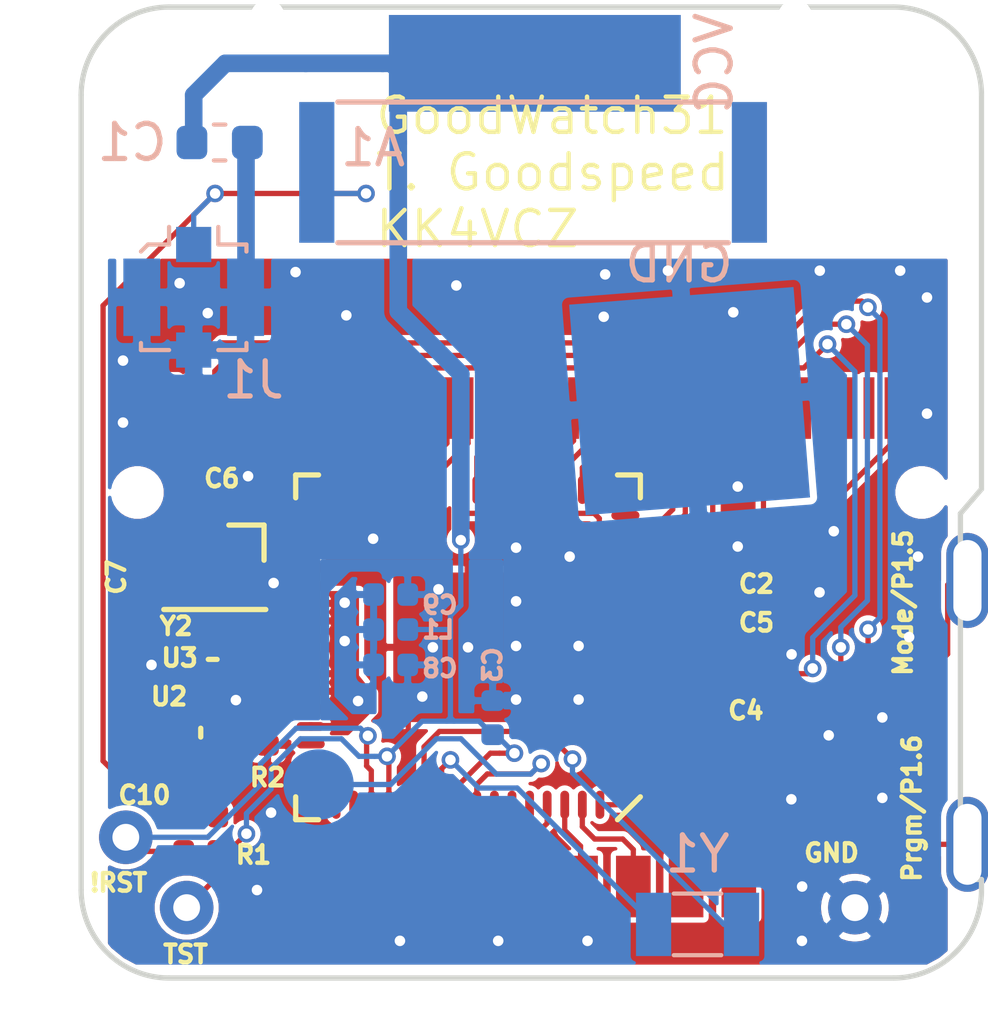
<source format=kicad_pcb>
(kicad_pcb (version 20211014) (generator pcbnew)
  (title_block (title "GoodWatch") (rev "30") (comment 1 "by TravisGoodspeed") (comment 2 "the CC430F6147.  Tuned for either 70cm (<500MHz) or 33cm (<1GHz).") (comment 3 "Replacement PCB for the Casio 3208 watch module (CA53 or CA506) built around"))
  (layers (0 "F.Cu" signal) (31 "B.Cu" signal) (34 "B.Paste" user) (35 "F.Paste" user) (36 "B.SilkS" user "B.Silkscreen") (37 "F.SilkS" user "F.Silkscreen") (38 "B.Mask" user) (39 "F.Mask" user) (44 "Edge.Cuts" user))
  (net 0 "")
  (net 1 "Net-(LCD1-Pad1)")
  (net 2 "Net-(LCD1-Pad5)")
  (net 3 "Net-(LCD1-Pad6)")
  (net 4 "Net-(LCD1-Pad7)")
  (net 5 "Net-(LCD1-Pad8)")
  (net 6 "Net-(LCD1-Pad9)")
  (net 7 "Net-(LCD1-Pad10)")
  (net 8 "Net-(LCD1-Pad11)")
  (net 9 "Net-(LCD1-Pad12)")
  (net 10 "Net-(LCD1-Pad13)")
  (net 11 "Net-(LCD1-Pad14)")
  (net 12 "Net-(LCD1-Pad15)")
  (net 13 "Net-(LCD1-Pad16)")
  (net 14 "Net-(LCD1-Pad17)")
  (net 15 "Net-(LCD1-Pad18)")
  (net 16 "Net-(LCD1-Pad19)")
  (net 17 "Net-(LCD1-Pad20)")
  (net 18 "Net-(LCD1-Pad21)")
  (net 19 "Net-(LCD1-Pad22)")
  (net 20 "Net-(LCD1-Pad23)")
  (net 21 "Net-(LCD1-Pad24)")
  (net 22 "Net-(LCD1-Pad25)")
  (net 23 "Net-(LCD1-Pad26)")
  (net 24 "Net-(LCD1-Pad27)")
  (net 25 "Net-(LCD1-Pad28)")
  (net 26 "Net-(LCD1-Pad29)")
  (net 27 "Net-(LCD1-Pad30)")
  (net 28 "Net-(LCD1-Pad31)")
  (net 29 "Net-(LCD1-Pad32)")
  (net 30 "Net-(LCD1-Pad33)")
  (net 31 "Net-(LCD1-Pad34)")
  (net 32 "Net-(BRD1-Pad4)")
  (net 33 "Net-(BRD1-Pad3)")
  (net 34 "Net-(KPD1-Pad1)")
  (net 35 "Net-(KPD1-Pad2)")
  (net 36 "Net-(KPD1-Pad3)")
  (net 37 "Net-(KPD1-Pad4)")
  (net 38 "Net-(KPD1-Pad5)")
  (net 39 "Net-(KPD1-Pad6)")
  (net 40 "Net-(KPD1-Pad7)")
  (net 41 "Net-(KPD1-Pad8)")
  (net 42 "Net-(KPD1-Pad9)")
  (net 43 "GND")
  (net 44 "VCC")
  (net 45 "Net-(U1-Pad46)")
  (net 46 "Net-(U1-Pad47)")
  (net 47 "Net-(U1-Pad48)")
  (net 48 "Net-(U1-Pad49)")
  (net 49 "Net-(U1-Pad54)")
  (net 50 "Net-(U1-Pad55)")
  (net 51 "/TST")
  (net 52 "/!RST")
  (net 53 "/COM0")
  (net 54 "/COM1")
  (net 55 "/COM2")
  (net 56 "/VCORE")
  (net 57 "Net-(LCD1-Pad35)")
  (net 58 "/LCDCAP")
  (net 59 "/RF_P")
  (net 60 "/RF_N")
  (net 61 "Net-(A1-Pad1)")
  (net 62 "Net-(R2-Pad1)")
  (net 63 "/RF_XIN")
  (net 64 "/RF_XOUT")
  (net 65 "/RFVCC")
  (net 66 "/BUZZ")
  (net 67 "Net-(C10-Pad1)")
  (net 68 "Net-(U2-Pad2)")
  (net 69 "Net-(U2-Pad6)")
  (net 70 "Net-(U2-Pad8)")
  (net 71 "Net-(U3-Pad5)")
  (net 72 "Net-(U3-Pad6)")
  (footprint "goodwatch31:LP15" (layer "F.Cu") (at 100 79.8 90)
    (fp_text reference "U2")
    (fp_text value "0915LP15B02")
  )
  (footprint "goodwatch31:B0310J50100AHF" (layer "F.Cu") (at 100.965 77.343 180)
    (fp_text reference "U3")
    (fp_text value "B0310J50100AHF")
  )
  (footprint "goodwatch31:CC430F613x" (layer "F.Cu") (at 107.6 77 180)
    (fp_text reference "U1" hide)
    (fp_text value "CC430F613x" hide)
  )
  (footprint "Capacitor_SMD:C_0402_1005Metric" (layer "F.Cu") (at 115.523 79.669)
    (fp_text reference "C4")
    (fp_text value "10uF")
  )
  (footprint "goodwatch31:FA128" (layer "F.Cu") (at 100.4 74.725 180)
    (fp_text reference "Y2")
    (fp_text value "FA128 26MHz")
  )
  (footprint "goodwatch31:ca53board" (layer "F.Cu") (at 96.6 86.4)
    (fp_text reference "BRD1" hide)
    (fp_text value "CA53BOARD" hide)
  )
  (footprint "goodwatch31:ca53lcd" (layer "F.Cu") (at 99 70.2)
    (fp_text reference "LCD1" hide)
    (fp_text value "CA53LCD" hide)
  )
  (footprint "goodwatch31:ca53keypad" (layer "F.Cu") (at 102.8 83.8)
    (fp_text reference "KPD1" hide)
    (fp_text value "CA53KEYPAD" hide)
  )
  (footprint "Resistor_SMD:R_0402_1005Metric" (layer "F.Cu") (at 101.9 79.3 -90)
    (fp_text reference "R2")
    (fp_text value "56k")
  )
  (footprint "Resistor_SMD:R_0402_1005Metric" (layer "F.Cu") (at 100 82.8 180)
    (fp_text reference "R1")
    (fp_text value "75k")
  )
  (footprint "Capacitor_SMD:C_0402_1005Metric" (layer "F.Cu") (at 100 81.8 180)
    (fp_text reference "C10")
    (fp_text value "220pF")
  )
  (footprint "Capacitor_SMD:C_0402_1005Metric" (layer "F.Cu") (at 98.4796 75 90)
    (fp_text reference "C7")
    (fp_text value "12pF")
  )
  (footprint "Capacitor_SMD:C_0402_1005Metric" (layer "F.Cu") (at 101 73.0396 180)
    (fp_text reference "C6")
    (fp_text value "12pF")
  )
  (footprint "Capacitor_SMD:C_0402_1005Metric" (layer "F.Cu") (at 114.253 76.24)
    (fp_text reference "C5")
    (fp_text value "0.47uF")
  )
  (footprint "Capacitor_SMD:C_0402_1005Metric" (layer "F.Cu") (at 114.253 75.224)
    (fp_text reference "C2")
    (fp_text value "0.1uF")
  )
  (footprint "Crystal:Crystal_SMD_3215-2Pin_3.2x1.5mm" (layer "B.Cu") (at 114.126 84.876 180)
    (fp_text reference "Y1")
    (fp_text value "32.768kHz")
  )
  (footprint "Inductor_SMD:L_0402_1005Metric" (layer "B.Cu") (at 105.4 76.494)
    (fp_text reference "L1")
    (fp_text value "Ferrite 1k")
  )
  (footprint "Capacitor_SMD:C_0603_1608Metric" (layer "B.Cu") (at 100.537 62.651)
    (fp_text reference "C1")
    (fp_text value "47uF")
  )
  (footprint "Connector_Coaxial:U.FL_Molex_MCRF_73412-0110_Vertical" (layer "B.Cu") (at 99.8 67.05)
    (fp_text reference "J1")
    (fp_text value "ANT_U.FL")
  )
  (footprint "goodwatch31:YageoS432" (layer "B.Cu") (at 109.45 63.5)
    (fp_text reference "A1")
    (fp_text value "YageoS432")
  )
  (footprint "Capacitor_SMD:C_0402_1005Metric" (layer "B.Cu") (at 108.3 79 90)
    (fp_text reference "C3")
    (fp_text value "0.1uF")
  )
  (footprint "Capacitor_SMD:C_0402_1005Metric" (layer "B.Cu") (at 105.4 75.5)
    (fp_text reference "C9")
    (fp_text value "0.1uF")
  )
  (footprint "Capacitor_SMD:C_0402_1005Metric" (layer "B.Cu") (at 105.4 77.5)
    (fp_text reference "C8")
    (fp_text value "0.1uF")
  )
  (gr_line (start 96.6 61.3) (end 96.6 83.9) (layer "Edge.Cuts") (width 0.15))
  (gr_line (start 122.2 83.6) (end 121.6 83.6) (layer "Edge.Cuts") (width 0.15))
  (gr_line (start 122.2 72.5) (end 122.2 61.3) (layer "Edge.Cuts") (width 0.15))
  (gr_arc (start 119.7 58.8) (mid 121.467767 59.532233) (end 122.2 61.3) (layer "Edge.Cuts") (width 0.15))
  (gr_line (start 122.2 83.9) (end 122.2 83.6) (layer "Edge.Cuts") (width 0.15))
  (gr_line (start 121.6 83.6) (end 121.6 73.2) (layer "Edge.Cuts") (width 0.15))
  (gr_line (start 121.6 73.2) (end 122.2 72.5) (layer "Edge.Cuts") (width 0.15))
  (gr_arc (start 96.6 61.3) (mid 97.332233 59.532233) (end 99.1 58.8) (layer "Edge.Cuts") (width 0.15))
  (gr_arc (start 99.1 86.4) (mid 97.332233 85.667767) (end 96.6 83.9) (layer "Edge.Cuts") (width 0.15))
  (gr_arc (start 122.2 83.9) (mid 121.467767 85.667767) (end 119.7 86.4) (layer "Edge.Cuts") (width 0.15))
  (gr_line (start 119.7 58.8) (end 99.1 58.8) (layer "Edge.Cuts") (width 0.15))
  (gr_line (start 99.1 86.4) (end 119.7 86.4) (layer "Edge.Cuts") (width 0.15))
  (gr_text "!RST" (at 97.663 83.693) (layer "F.SilkS") (effects (font (size 0.5 0.5) (thickness 0.125))))
  (gr_text "Mode/P1.5" (at 119.968 75.732 90) (layer "F.SilkS") (effects (font (size 0.5 0.5) (thickness 0.125))))
  (gr_text "GND" (at 117.936 82.844) (layer "F.SilkS") (effects (font (size 0.5 0.5) (thickness 0.125))))
  (gr_text "TST" (at 99.568 85.725) (layer "F.SilkS") (effects (font (size 0.5 0.5) (thickness 0.125))))
  (gr_text "Prgm/P1.6" (at 120.222 81.574 90) (layer "F.SilkS") (effects (font (size 0.5 0.5) (thickness 0.125))))
  (gr_text "GoodWatch31\nT. Goodspeed\nKK4VCZ" (at 104.902 63.5) (layer "F.SilkS") (effects (font (size 1 1) (thickness 0.125)) (justify left)))
  (segment (start 103.125 74.25) (end 103.125 74.169) (width 0.15) (layer "F.Cu") (net 3))
  (segment (start 102.436002 74.14171) (end 102.10268 73.808388) (width 0.15) (layer "F.Cu") (net 3))
  (segment (start 102.10268 73.808388) (end 102.10268 72.908412) (width 0.15) (layer "F.Cu") (net 3))
  (segment (start 103.09771 74.14171) (end 102.436002 74.14171) (width 0.15) (layer "F.Cu") (net 3))
  (segment (start 102.2 72.811092) (end 102.2 70.2) (width 0.15) (layer "F.Cu") (net 3))
  (segment (start 103.125 74.169) (end 103.09771 74.14171) (width 0.15) (layer "F.Cu") (net 3))
  (segment (start 102.10268 72.908412) (end 102.2 72.811092) (width 0.15) (layer "F.Cu") (net 3))
  (segment (start 102.8 72.714) (end 102.8 70.2) (width 0.15) (layer "F.Cu") (net 4))
  (segment (start 102.45829 73.05571) (end 102.8 72.714) (width 0.15) (layer "F.Cu") (net 4))
  (segment (start 103.125 73.75) (end 102.5472 73.75) (width 0.15) (layer "F.Cu") (net 4))
  (segment (start 102.45829 73.66109) (end 102.45829 73.05571) (width 0.15) (layer "F.Cu") (net 4))
  (segment (start 102.5472 73.75) (end 102.45829 73.66109) (width 0.15) (layer "F.Cu") (net 4))
  (segment (start 103.4 72.975) (end 103.125 73.25) (width 0.15) (layer "F.Cu") (net 5))
  (segment (start 103.4 70.2) (end 103.4 72.975) (width 0.15) (layer "F.Cu") (net 5))
  (segment (start 103.85 71.35) (end 103.85 72.525) (width 0.15) (layer "F.Cu") (net 6))
  (segment (start 104 70.2) (end 104 71.2) (width 0.15) (layer "F.Cu") (net 6))
  (segment (start 104 71.2) (end 103.85 71.35) (width 0.15) (layer "F.Cu") (net 6))
  (segment (start 104.6 71.2) (end 104.35 71.45) (width 0.15) (layer "F.Cu") (net 7))
  (segment (start 104.6 70.2) (end 104.6 71.2) (width 0.15) (layer "F.Cu") (net 7))
  (segment (start 104.35 71.45) (end 104.35 72.525) (width 0.15) (layer "F.Cu") (net 7))
  (segment (start 104.85 71.55) (end 104.85 72.525) (width 0.15) (layer "F.Cu") (net 8))
  (segment (start 105.2 71.2) (end 104.85 71.55) (width 0.15) (layer "F.Cu") (net 8))
  (segment (start 105.2 70.2) (end 105.2 71.2) (width 0.15) (layer "F.Cu") (net 8))
  (segment (start 105.8 71.220807) (end 105.35 71.670807) (width 0.15) (layer "F.Cu") (net 9))
  (segment (start 105.35 71.670807) (end 105.35 72.525) (width 0.15) (layer "F.Cu") (net 9))
  (segment (start 105.8 70.2) (end 105.8 71.220807) (width 0.15) (layer "F.Cu") (net 9))
  (segment (start 106.4 70.2) (end 106.4 71.2) (width 0.15) (layer "F.Cu") (net 10))
  (segment (start 105.85 71.75) (end 105.85 72.525) (width 0.15) (layer "F.Cu") (net 10))
  (segment (start 106.4 71.2) (end 105.85 71.75) (width 0.15) (layer "F.Cu") (net 10))
  (segment (start 106.35 71.85) (end 106.35 72.525) (width 0.15) (layer "F.Cu") (net 11))
  (segment (start 107 70.2) (end 107 71.2) (width 0.15) (layer "F.Cu") (net 11))
  (segment (start 107 71.2) (end 106.35 71.85) (width 0.15) (layer "F.Cu") (net 11))
  (segment (start 106.85 71.95) (end 106.85 72.525) (width 0.15) (layer "F.Cu") (net 12))
  (segment (start 107.6 71.2) (end 106.85 71.95) (width 0.15) (layer "F.Cu") (net 12))
  (segment (start 107.6 70.2) (end 107.6 71.2) (width 0.15) (layer "F.Cu") (net 12))
  (segment (start 108.2 71.244) (end 107.85 71.594) (width 0.15) (layer "F.Cu") (net 13))
  (segment (start 107.85 71.594) (end 107.85 72.525) (width 0.15) (layer "F.Cu") (net 13))
  (segment (start 108.2 70.2) (end 108.2 71.244) (width 0.15) (layer "F.Cu") (net 13))
  (segment (start 108.8 71.152) (end 108.35 71.602) (width 0.15) (layer "F.Cu") (net 14))
  (segment (start 108.35 71.602) (end 108.35 72.525) (width 0.15) (layer "F.Cu") (net 14))
  (segment (start 108.8 70.2) (end 108.8 71.152) (width 0.15) (layer "F.Cu") (net 14))
  (segment (start 109.4 71.06) (end 108.85 71.61) (width 0.15) (layer "F.Cu") (net 15))
  (segment (start 108.85 71.61) (end 108.85 72.525) (width 0.15) (layer "F.Cu") (net 15))
  (segment (start 109.4 70.2) (end 109.4 71.06) (width 0.15) (layer "F.Cu") (net 15))
  (segment (start 110 71.095) (end 109.35 71.745) (width 0.15) (layer "F.Cu") (net 16))
  (segment (start 109.35 71.745) (end 109.35 72.525) (width 0.15) (layer "F.Cu") (net 16))
  (segment (start 110 70.2) (end 110 71.095) (width 0.15) (layer "F.Cu") (net 16))
  (segment (start 110.6 71.13) (end 109.808 71.922) (width 0.15) (layer "F.Cu") (net 17))
  (segment (start 109.808 71.922) (end 109.808 72.483) (width 0.15) (layer "F.Cu") (net 17))
  (segment (start 109.808 72.483) (end 109.85 72.525) (width 0.15) (layer "F.Cu") (net 17))
  (segment (start 110.6 70.2) (end 110.6 71.13) (width 0.15) (layer "F.Cu") (net 17))
  (segment (start 111.2 71.032898) (end 110.951 71.281898) (width 0.15) (layer "F.Cu") (net 18))
  (segment (start 110.951 71.281898) (end 110.313449 71.919449) (width 0.15) (layer "F.Cu") (net 18))
  (segment (start 110.313449 71.919449) (end 110.313449 72.488449) (width 0.15) (layer "F.Cu") (net 18))
  (segment (start 110.313449 72.488449) (end 110.35 72.525) (width 0.15) (layer "F.Cu") (net 18))
  (segment (start 111.2 70.2) (end 111.2 71.032898) (width 0.15) (layer "F.Cu") (net 18))
  (segment (start 111.8 71.073) (end 111.400602 71.472398) (width 0.15) (layer "F.Cu") (net 19))
  (segment (start 111.400602 71.472398) (end 111.273602 71.472398) (width 0.15) (layer "F.Cu") (net 19))
  (segment (start 111.273602 71.472398) (end 110.85 71.896) (width 0.15) (layer "F.Cu") (net 19))
  (segment (start 110.85 71.896) (end 110.85 72.525) (width 0.15) (layer "F.Cu") (net 19))
  (segment (start 111.8 70.2) (end 111.8 71.073) (width 0.15) (layer "F.Cu") (net 19))
  (segment (start 112.4 71.108) (end 111.35 72.158) (width 0.15) (layer "F.Cu") (net 20))
  (segment (start 111.35 72.158) (end 111.35 72.525) (width 0.15) (layer "F.Cu") (net 20))
  (segment (start 112.4 70.2) (end 112.4 71.108) (width 0.15) (layer "F.Cu") (net 20))
  (segment (start 113 71.2528) (end 112.075 72.1778) (width 0.15) (layer "F.Cu") (net 21))
  (segment (start 112.075 72.1778) (end 112.075 73.25) (width 0.15) (layer "F.Cu") (net 21))
  (segment (start 113 70.2) (end 113 71.2528) (width 0.15) (layer "F.Cu") (net 21))
  (segment (start 113.6 71.2528) (end 113.421701 71.431099) (width 0.15) (layer "F.Cu") (net 22))
  (segment (start 112.75 73.75) (end 112.075 73.75) (width 0.15) (layer "F.Cu") (net 22))
  (segment (start 113.6 70.2) (end 113.6 71.2528) (width 0.15) (layer "F.Cu") (net 22))
  (segment (start 113.421701 71.431099) (end 113.421701 73.078299) (width 0.15) (layer "F.Cu") (net 22))
  (segment (start 113.6 70.2) (end 113.6 70.67) (width 0.15) (layer "F.Cu") (net 22))
  (segment (start 113.421701 73.078299) (end 112.75 73.75) (width 0.15) (layer "F.Cu") (net 22))
  (segment (start 113.777311 73.222689) (end 112.75 74.25) (width 0.15) (layer "F.Cu") (net 23))
  (segment (start 114.2 71.3) (end 113.777311 71.722689) (width 0.15) (layer "F.Cu") (net 23))
  (segment (start 112.75 74.25) (end 112.075 74.25) (width 0.15) (layer "F.Cu") (net 23))
  (segment (start 114.2 70.2) (end 114.2 71.3) (width 0.15) (layer "F.Cu") (net 23))
  (segment (start 113.777311 71.722689) (end 113.777311 73.222689) (width 0.15) (layer "F.Cu") (net 23))
  (segment (start 114.13292 73.36708) (end 112.75 74.75) (width 0.15) (layer "F.Cu") (net 24))
  (segment (start 114.13292 71.96708) (end 114.13292 73.36708) (width 0.15) (layer "F.Cu") (net 24))
  (segment (start 114.8 70.2) (end 114.8 71.3) (width 0.15) (layer "F.Cu") (net 24))
  (segment (start 112.75 74.75) (end 112.075 74.75) (width 0.15) (layer "F.Cu") (net 24))
  (segment (start 114.8 71.3) (end 114.13292 71.96708) (width 0.15) (layer "F.Cu") (net 24))
  (segment (start 114.558719 72.094081) (end 115.4 71.2528) (width 0.15) (layer "F.Cu") (net 25))
  (segment (start 112.075 75.25) (end 112.75 75.25) (width 0.15) (layer "F.Cu") (net 25))
  (segment (start 114.558719 73.441281) (end 114.558719 72.094081) (width 0.15) (layer "F.Cu") (net 25))
  (segment (start 115.4 71.2528) (end 115.4 70.2) (width 0.15) (layer "F.Cu") (net 25))
  (segment (start 112.75 75.25) (end 114.558719 73.441281) (width 0.15) (layer "F.Cu") (net 25))
  (segment (start 112.075 76.75) (end 112.95 76.75) (width 0.15) (layer "F.Cu") (net 26))
  (segment (start 116 76.4) (end 116 71.2528) (width 0.15) (layer "F.Cu") (net 26))
  (segment (start 116 71.2528) (end 116 70.2) (width 0.15) (layer "F.Cu") (net 26))
  (segment (start 115.5 76.9) (end 116 76.4) (width 0.15) (layer "F.Cu") (net 26))
  (segment (start 113.1 76.9) (end 115.5 76.9) (width 0.15) (layer "F.Cu") (net 26))
  (segment (start 112.95 76.75) (end 113.1 76.9) (width 0.15) (layer "F.Cu") (net 26))
  (segment (start 112.075 80.25) (end 113.597562 80.25) (width 0.15) (layer "F.Cu") (net 32))
  (segment (start 121.8 81.85) (end 121.8 82.6) (width 0.15) (layer "F.Cu") (net 32))
  (segment (start 116.158 82.810438) (end 120.763562 82.810438) (width 0.15) (layer "F.Cu") (net 32))
  (segment (start 120.763562 82.810438) (end 120.974 82.6) (width 0.15) (layer "F.Cu") (net 32))
  (segment (start 113.597562 80.25) (end 116.158 82.810438) (width 0.15) (layer "F.Cu") (net 32))
  (segment (start 120.974 82.6) (end 121.8 82.6) (width 0.15) (layer "F.Cu") (net 32))
  (segment (start 120.6 77.8278) (end 121.238 77.1898) (width 0.15) (layer "F.Cu") (net 33))
  (segment (start 121.676 75.224) (end 121.8 75.1) (width 0.15) (layer "F.Cu") (net 33))
  (segment (start 113.60047 79.75) (end 116.305298 82.454828) (width 0.15) (layer "F.Cu") (net 33))
  (segment (start 116.305298 82.454828) (end 119.945172 82.454828) (width 0.15) (layer "F.Cu") (net 33))
  (segment (start 120.6 81.8) (end 120.6 77.8278) (width 0.15) (layer "F.Cu") (net 33))
  (segment (start 112.075 79.75) (end 113.60047 79.75) (width 0.15) (layer "F.Cu") (net 33))
  (segment (start 119.945172 82.454828) (end 120.6 81.8) (width 0.15) (layer "F.Cu") (net 33))
  (segment (start 121.238 75.224) (end 121.676 75.224) (width 0.15) (layer "F.Cu") (net 33))
  (segment (start 121.238 77.1898) (end 121.238 75.224) (width 0.15) (layer "F.Cu") (net 33))
  (segment (start 107.943933 82.302689) (end 108.35 81.896622) (width 0.15) (layer "F.Cu") (net 35))
  (segment (start 105.559201 82.658299) (end 106.556293 82.658299) (width 0.15) (layer "F.Cu") (net 35))
  (segment (start 104.8 83.4175) (end 105.559201 82.658299) (width 0.15) (layer "F.Cu") (net 35))
  (segment (start 106.556293 82.658299) (end 106.911903 82.302689) (width 0.15) (layer "F.Cu") (net 35))
  (segment (start 104.8 83.8) (end 104.8 83.4175) (width 0.15) (layer "F.Cu") (net 35))
  (segment (start 108.35 81.475) (end 108.35 81.803961) (width 0.15) (layer "F.Cu") (net 35))
  (segment (start 108.35 81.896622) (end 108.35 81.475) (width 0.15) (layer "F.Cu") (net 35))
  (segment (start 104.8 84.1825) (end 104.8 83.8) (width 0.15) (layer "F.Cu") (net 35))
  (segment (start 106.911903 82.302689) (end 107.943933 82.302689) (width 0.15) (layer "F.Cu") (net 35))
  (segment (start 106.3 83.4175) (end 107.059201 82.658299) (width 0.15) (layer "F.Cu") (net 36))
  (segment (start 108.141701 82.658299) (end 108.85 81.95) (width 0.15) (layer "F.Cu") (net 36))
  (segment (start 106.3 83.8) (end 106.3 83.4175) (width 0.15) (layer "F.Cu") (net 36))
  (segment (start 108.85 81.95) (end 108.85 81.475) (width 0.15) (layer "F.Cu") (net 36))
  (segment (start 107.059201 82.658299) (end 108.141701 82.658299) (width 0.15) (layer "F.Cu") (net 36))
  (segment (start 107.8 83.8) (end 108.240799 83.8) (width 0.15) (layer "F.Cu") (net 37))
  (segment (start 108.540799 83.5) (end 108.540799 82.805611) (width 0.15) (layer "F.Cu") (net 37))
  (segment (start 109.35 81.99641) (end 109.35 81.475) (width 0.15) (layer "F.Cu") (net 37))
  (segment (start 108.240799 83.8) (end 108.540799 83.5) (width 0.15) (layer "F.Cu") (net 37))
  (segment (start 108.540799 82.805611) (end 109.35 81.99641) (width 0.15) (layer "F.Cu") (net 37))
  (segment (start 109.35 83.75) (end 109.3 83.8) (width 0.15) (layer "F.Cu") (net 38))
  (segment (start 109.85 81.475) (end 109.85 82) (width 0.15) (layer "F.Cu") (net 38))
  (segment (start 109.3 83.8) (end 109.3 83.098) (width 0.15) (layer "F.Cu") (net 38))
  (segment (start 109.35 82.5) (end 109.35 83.75) (width 0.15) (layer "F.Cu") (net 38))
  (segment (start 109.85 82) (end 109.35 82.5) (width 0.15) (layer "F.Cu") (net 38))
  (segment (start 110.8 82.65) (end 110.35 82.2) (width 0.15) (layer "F.Cu") (net 39))
  (segment (start 110.35 82.2) (end 110.35 81.475) (width 0.15) (layer "F.Cu") (net 39))
  (segment (start 110.8 83.8) (end 110.8 82.65) (width 0.15) (layer "F.Cu") (net 39))
  (segment (start 112.3 82.75) (end 112.3 83.8) (width 0.15) (layer "F.Cu") (net 40))
  (segment (start 110.85 81.475) (end 110.85 82.1) (width 0.15) (layer "F.Cu") (net 40))
  (segment (start 110.85 82.1) (end 111.2 82.45) (width 0.15) (layer "F.Cu") (net 40))
  (segment (start 111.2 82.45) (end 112 82.45) (width 0.15) (layer "F.Cu") (net 40))
  (segment (start 112 82.45) (end 112.3 82.75) (width 0.15) (layer "F.Cu") (net 40))
  (segment (start 112.63 81.475) (end 113.8 82.645) (width 0.15) (layer "F.Cu") (net 41))
  (segment (start 113.8 82.645) (end 113.8 83.8) (width 0.15) (layer "F.Cu") (net 41))
  (segment (start 111.35 81.475) (end 112.63 81.475) (width 0.15) (layer "F.Cu") (net 41))
  (segment (start 113.429 80.75) (end 115.3 82.621) (width 0.15) (layer "F.Cu") (net 42))
  (segment (start 115.3 82.621) (end 115.3 83.8) (width 0.15) (layer "F.Cu") (net 42))
  (segment (start 112.075 80.75) (end 113.429 80.75) (width 0.15) (layer "F.Cu") (net 42))
  (segment (start 105.85 81.475) (end 105.9 81.425) (width 0.15) (layer "F.Cu") (net 43))
  (segment (start 105.85 82.05) (end 105.6 82.3) (width 0.15) (layer "F.Cu") (net 43))
  (segment (start 105.6 82.3) (end 105.1 82.3) (width 0.15) (layer "F.Cu") (net 43))
  (segment (start 101.0704 75.3072) (end 101.93737 75.3072) (width 0.15) (layer "F.Cu") (net 43))
  (segment (start 107.638 76.962) (end 107.6 77) (width 0.15) (layer "F.Cu") (net 43))
  (segment (start 119.34 81.32) (end 119.38 81.28) (width 0.15) (layer "F.Cu") (net 43))
  (segment (start 108.966 76.962) (end 107.638 76.962) (width 0.15) (layer "F.Cu") (net 43))
  (segment (start 101.259 72.049) (end 101.346 72.136) (width 0.15) (layer "F.Cu") (net 43))
  (segment (start 105.9 81.425) (end 105.9 78.7) (width 0.15) (layer "F.Cu") (net 43))
  (segment (start 99.31 74.515) (end 99.675 74.15) (width 0.15) (layer "F.Cu") (net 43))
  (segment (start 101.93737 75.3072) (end 102.072285 75.172285) (width 0.15) (layer "F.Cu") (net 43))
  (segment (start 105.9 78.7) (end 107.6 77) (width 0.15) (layer "F.Cu") (net 43))
  (segment (start 98.4796 74.515) (end 99.31 74.515) (width 0.15) (layer "F.Cu") (net 43))
  (segment (start 105.85 81.475) (end 105.85 82.05) (width 0.15) (layer "F.Cu") (net 43))
  (via (at 99.4 66.65) (size 0.5) (drill 0.3) (layers "F.Cu" "B.Cu") (net 43))
  (via (at 102.696 66.334) (size 0.5) (drill 0.3) (layers "F.Cu" "B.Cu") (net 43))
  (via (at 107.268 66.715) (size 0.5) (drill 0.3) (layers "F.Cu" "B.Cu") (net 43))
  (via (at 116.793 81.32) (size 0.5) (drill 0.3) (layers "F.Cu" "B.Cu") (net 43))
  (via (at 108.966 78.486) (size 0.5) (drill 0.3) (layers "F.Cu" "B.Cu") (net 43))
  (via (at 108.966 76.962) (size 0.5) (drill 0.3) (layers "F.Cu" "B.Cu") (net 43))
  (via (at 108.966 75.692) (size 0.5) (drill 0.3) (layers "F.Cu" "B.Cu") (net 43))
  (via (at 98.6 77.5) (size 0.5) (drill 0.3) (layers "F.Cu" "B.Cu") (net 43))
  (via (at 101.6 83.9) (size 0.5) (drill 0.3) (layers "F.Cu" "B.Cu") (net 43))
  (via (at 102 81.7) (size 0.5) (drill 0.3) (layers "F.Cu" "B.Cu") (net 43))
  (via (at 111.5 66.4) (size 0.5) (drill 0.3) (layers "F.Cu" "B.Cu") (net 43))
  (via (at 106.3 78.4) (size 0.5) (drill 0.3) (layers "F.Cu" "B.Cu") (net 43))
  (via (at 101 78.5) (size 0.5) (drill 0.3) (layers "F.Cu" "B.Cu") (net 43))
  (via (at 115.269 74.1352) (size 0.5) (drill 0.3) (layers "F.Cu" "B.Cu") (net 43))
  (via (at 97.79 68.85) (size 0.5) (drill 0.3) (layers "F.Cu" "B.Cu") (net 43))
  (via (at 118 73.7) (size 0.5) (drill 0.3) (layers "F.Cu" "B.Cu") (net 43))
  (via (at 104.14 67.564) (size 0.5) (drill 0.3) (layers "F.Cu" "B.Cu") (net 43))
  (via (at 100.2 67.5) (size 0.5) (drill 0.3) (layers "F.Cu" "B.Cu") (net 43))
  (via (at 117.1 83.8) (size 0.5) (drill 0.3) (layers "F.Cu" "B.Cu") (net 43))
  (via (at 108.458 85.344) (size 0.5) (drill 0.3) (layers "F.Cu" "B.Cu") (net 43))
  (via (at 108.966 74.168) (size 0.5) (drill 0.3) (layers "F.Cu" "B.Cu") (net 43))
  (via (at 110.744 76.962) (size 0.5) (drill 0.3) (layers "F.Cu" "B.Cu") (net 43))
  (via (at 97.79 70.612) (size 0.5) (drill 0.3) (layers "F.Cu" "B.Cu") (net 43))
  (via (at 119.888 66.294) (size 0.5) (drill 0.3) (layers "F.Cu" "B.Cu") (net 43))
  (via (at 117.595 75.438) (size 0.5) (drill 0.3) (layers "F.Cu" "B.Cu") (net 43))
  (via (at 115.142 67.477) (size 0.5) (drill 0.3) (layers "F.Cu" "B.Cu") (net 43))
  (via (at 106.6 77) (size 0.5) (drill 0.3) (layers "F.Cu" "B.Cu") (net 43))
  (via (at 116.8 77.2) (size 0.5) (drill 0.3) (layers "F.Cu" "B.Cu") (net 43))
  (via (at 110.744 78.486) (size 0.5) (drill 0.3) (layers "F.Cu" "B.Cu") (net 43))
  (via (at 113.284 66.294) (size 0.5) (drill 0.3) (layers "F.Cu" "B.Cu") (net 43))
  (via (at 105.664 85.344) (size 0.5) (drill 0.3) (layers "F.Cu" "B.Cu") (net 43))
  (via (at 111.459 67.604) (size 0.5) (drill 0.3) (layers "F.Cu" "B.Cu") (net 43))
  (via (at 119.38 81.28) (size 0.5) (drill 0.3) (layers "F.Cu" "B.Cu") (net 43))
  (via (at 117.602 66.294) (size 0.5) (drill 0.3) (layers "F.Cu" "B.Cu") (net 43))
  (via (at 115.269 72.43) (size 0.5) (drill 0.3) (layers "F.Cu" "B.Cu") (net 43))
  (via (at 120.65 70.358) (size 0.5) (drill 0.3) (layers "F.Cu" "B.Cu") (net 43))
  (via (at 102.072285 75.172285) (size 0.5) (drill 0.3) (layers "F.Cu" "B.Cu") (net 43))
  (via (at 120.65 67.056) (size 0.5) (drill 0.3) (layers "F.Cu" "B.Cu") (net 43))
  (via (at 106.76 75.351) (size 0.5) (drill 0.3) (layers "F.Cu" "B.Cu") (net 43))
  (via (at 120.142 76.708) (size 0.5) (drill 0.3) (layers "F.Cu" "B.Cu") (net 43))
  (via (at 101.346 72.136) (size 0.5) (drill 0.3) (layers "F.Cu" "B.Cu") (net 43))
  (via (at 104.902 73.914) (size 0.5) (drill 0.3) (layers "F.Cu" "B.Cu") (net 43))
  (via (at 107.6 77) (size 0.5) (drill 0.3) (layers "F.Cu" "B.Cu") (net 43))
  (via (at 120.396 74.422) (size 0.5) (drill 0.3) (layers "F.Cu" "B.Cu") (net 43))
  (via (at 119.38 78.994) (size 0.5) (drill 0.3) (layers "F.Cu" "B.Cu") (net 43))
  (via (at 110.49 74.422) (size 0.5) (drill 0.3) (layers "F.Cu" "B.Cu") (net 43))
  (via (at 117.856 79.502) (size 0.5) (drill 0.3) (layers "F.Cu" "B.Cu") (net 43))
  (via (at 117.094 85.344) (size 0.5) (drill 0.3) (layers "F.Cu" "B.Cu") (net 43))
  (via (at 110.998 85.344) (size 0.5) (drill 0.3) (layers "F.Cu" "B.Cu") (net 43))
  (segment (start 101.287 67.505) (end 101.346 67.564) (width 0.15) (layer "B.Cu") (net 43))
  (segment (start 107.649 77.049) (end 107.6 77) (width 0.15) (layer "B.Cu") (net 43))
  (segment (start 110.706 77) (end 110.744 76.962) (width 0.15) (layer "B.Cu") (net 43))
  (segment (start 101.287 62.651) (end 101.287 67.505) (width 0.5) (layer "B.Cu") (net 43))
  (segment (start 107.35829 73.19171) (end 107.35 73.2) (width 0.15) (layer "F.Cu") (net 44))
  (segment (start 112.075 75.75) (end 111.4972 75.75) (width 0.15) (layer "F.Cu") (net 44))
  (segment (start 111.332 73.335961) (end 111.187749 73.19171) (width 0.15) (layer "F.Cu") (net 44))
  (segment (start 107.35 73.1028) (end 107.35 72.525) (width 0.15) (layer "F.Cu") (net 44))
  (segment (start 111.4972 75.75) (end 111.332 75.5848) (width 0.15) (layer "F.Cu") (net 44))
  (segment (start 107.35 81.475) (end 107.35 80.894292) (width 0.15) (layer "F.Cu") (net 44))
  (segment (start 107.35 73.909) (end 107.395 73.954) (width 0.15) (layer "F.Cu") (net 44))
  (segment (start 100.485 82.8) (end 100.8 82.8) (width 0.15) (layer "F.Cu") (net 44))
  (segment (start 107.35 73.1028) (end 107.35 73.2) (width 0.15) (layer "F.Cu") (net 44))
  (segment (start 113.15 75.75) (end 113.676 75.224) (width 0.15) (layer "F.Cu") (net 44))
  (segment (start 108.494736 80.01) (end 108.919 80.01) (width 0.15) (layer "F.Cu") (net 44))
  (segment (start 107.35 73.2) (end 107.35 73.909) (width 0.15) (layer "F.Cu") (net 44))
  (segment (start 105.35 81.475) (end 105.35 80.152815) (width 0.15) (layer "F.Cu") (net 44))
  (segment (start 113.676 75.224) (end 113.933 75.224) (width 0.15) (layer "F.Cu") (net 44))
  (segment (start 105.35 80.152815) (end 105.296397 80.099212) (width 0.15) (layer "F.Cu") (net 44))
  (segment (start 100.8 82.8) (end 101.3 82.3) (width 0.15) (layer "F.Cu") (net 44))
  (segment (start 111.187749 73.19171) (end 107.35829 73.19171) (width 0.15) (layer "F.Cu") (net 44))
  (segment (start 111.332 75.5848) (end 111.332 73.335961) (width 0.15) (layer "F.Cu") (net 44))
  (segment (start 112.075 75.75) (end 113.15 75.75) (width 0.15) (layer "F.Cu") (net 44))
  (segment (start 107.35 80.894292) (end 108.234292 80.01) (width 0.15) (layer "F.Cu") (net 44))
  (segment (start 108.234292 80.01) (end 108.494736 80.01) (width 0.15) (layer "F.Cu") (net 44))
  (segment (start 112.093 75.732) (end 112.075 75.75) (width 0.15) (layer "F.Cu") (net 44))
  (via (at 105.296397 80.099212) (size 0.5) (drill 0.3) (layers "F.Cu" "B.Cu") (net 44))
  (via (at 108.919 80.01) (size 0.5) (drill 0.3) (layers "F.Cu" "B.Cu") (net 44))
  (via (at 101.3 82.3) (size 0.5) (drill 0.3) (layers "F.Cu" "B.Cu") (net 44))
  (via (at 107.395 73.954) (size 0.5) (drill 0.3) (layers "F.Cu" "B.Cu") (net 44))
  (segment (start 106.295609 79.1) (end 107 79.1) (width 0.15) (layer "B.Cu") (net 44))
  (segment (start 108.919 79.9172) (end 108.919 79.958401) (width 0.15) (layer "B.Cu") (net 44))
  (segment (start 108.919 80.01) (end 108.919 79.919) (width 0.15) (layer "B.Cu") (net 44))
  (segment (start 102.9852 60.4) (end 105.1722 60.4) (width 0.5) (layer "B.Cu") (net 44))
  (segment (start 102.9852 60.4) (end 100.7 60.4) (width 0.5) (layer "B.Cu") (net 44))
  (segment (start 107.395 73.954) (end 107.395 69.22961) (width 0.5) (layer "B.Cu") (net 44))
  (segment (start 105.617 67.45161) (end 105.617 62.651) (width 0.5) (layer "B.Cu") (net 44))
  (segment (start 99.8 61.3) (end 99.8 62.7) (width 0.5) (layer "B.Cu") (net 44))
  (segment (start 107.915 79.1) (end 108.3 79.485) (width 0.15) (layer "B.Cu") (net 44))
  (segment (start 108.394 79.485) (end 108.919 80.01) (width 0.15) (layer "B.Cu") (net 44))
  (segment (start 109.414 61.254) (end 109.42 61.26) (width 0.15) (layer "B.Cu") (net 44))
  (segment (start 102.836998 79.6) (end 104 79.6) (width 0.15) (layer "B.Cu") (net 44))
  (segment (start 102 81.024279) (end 102 80.436998) (width 0.15) (layer "B.Cu") (net 44))
  (segment (start 99.812 62.651) (end 99.787 62.651) (width 0.15) (layer "B.Cu") (net 44))
  (segment (start 107.1 76.566701) (end 107.1 79) (width 0.15) (layer "B.Cu") (net 44))
  (segment (start 100.7 60.4) (end 99.8 61.3) (width 0.5) (layer "B.Cu") (net 44))
  (segment (start 107.033299 76.5) (end 107.1 76.566701) (width 0.15) (layer "B.Cu") (net 44))
  (segment (start 107.1 76.1) (end 107.1 76.6) (width 0.15) (layer "B.Cu") (net 44))
  (segment (start 105.617 60.8448) (end 105.1722 60.4) (width 0.15) (layer "B.Cu") (net 44))
  (segment (start 101.3 82.3) (end 101.3 81.724279) (width 0.15) (layer "B.Cu") (net 44))
  (segment (start 104 79.6) (end 104.499212 80.099212) (width 0.15) (layer "B.Cu") (net 44))
  (segment (start 107.395 73.954) (end 107.395 75.805) (width 0.15) (layer "B.Cu") (net 44))
  (segment (start 99.762 62.651) (end 99.787 62.651) (width 0.15) (layer "B.Cu") (net 44))
  (segment (start 102 80.436998) (end 102.836998 79.6) (width 0.15) (layer "B.Cu") (net 44))
  (segment (start 105.1722 60.4) (end 109.5 60.4) (width 0.5) (layer "B.Cu") (net 44))
  (segment (start 104.942844 80.099212) (end 105.296397 80.099212) (width 0.15) (layer "B.Cu") (net 44))
  (segment (start 107.395 75.805) (end 107.1 76.1) (width 0.15) (layer "B.Cu") (net 44))
  (segment (start 105.933 76.494) (end 107.027299 76.494) (width 0.15) (layer "B.Cu") (net 44))
  (segment (start 107.395 69.22961) (end 105.617 67.45161) (width 0.5) (layer "B.Cu") (net 44))
  (segment (start 107.2 79.1) (end 107.915 79.1) (width 0.15) (layer "B.Cu") (net 44))
  (segment (start 107.027299 76.494) (end 107.033299 76.5) (width 0.15) (layer "B.Cu") (net 44))
  (segment (start 105.617 62.651) (end 105.617 60.8448) (width 0.5) (layer "B.Cu") (net 44))
  (segment (start 105.296397 80.099212) (end 106.295609 79.1) (width 0.15) (layer "B.Cu") (net 44))
  (segment (start 107.1 79) (end 107 79.1) (width 0.15) (layer "B.Cu") (net 44))
  (segment (start 108.3 79.485) (end 108.394 79.485) (width 0.15) (layer "B.Cu") (net 44))
  (segment (start 107.1 79) (end 107.2 79.1) (width 0.15) (layer "B.Cu") (net 44))
  (segment (start 107 79.1) (end 107.2 79.1) (width 0.15) (layer "B.Cu") (net 44))
  (segment (start 101.3 81.724279) (end 102 81.024279) (width 0.15) (layer "B.Cu") (net 44))
  (segment (start 104.499212 80.099212) (end 104.942844 80.099212) (width 0.15) (layer "B.Cu") (net 44))
  (segment (start 106.35 79.826908) (end 106.785207 79.391701) (width 0.15) (layer "F.Cu") (net 49))
  (segment (start 106.35 81.475) (end 106.35 79.826908) (width 0.15) (layer "F.Cu") (net 49))
  (segment (start 109.791701 79.391701) (end 110.57 80.17) (width 0.15) (layer "F.Cu") (net 49))
  (segment (start 110.57 80.17) (end 110.57 80.177) (width 0.15) (layer "F.Cu") (net 49))
  (segment (start 106.785207 79.391701) (end 109.791701 79.391701) (width 0.15) (layer "F.Cu") (net 49))
  (via (at 110.57 80.177) (size 0.5) (drill 0.3) (layers "F.Cu" "B.Cu") (net 49))
  (segment (start 114.876 84.876) (end 115.376 84.876) (width 0.15) (layer "B.Cu") (net 49))
  (segment (start 110.57 80.177) (end 110.57 80.57) (width 0.15) (layer "B.Cu") (net 49))
  (segment (start 110.57 80.57) (end 114.876 84.876) (width 0.15) (layer "B.Cu") (net 49))
  (segment (start 106.85 80.45) (end 107.1 80.2) (width 0.15) (layer "F.Cu") (net 50))
  (segment (start 106.85 81.475) (end 106.85 80.45) (width 0.15) (layer "F.Cu") (net 50))
  (via (at 107.1 80.2) (size 0.5) (drill 0.3) (layers "F.Cu" "B.Cu") (net 50))
  (segment (start 109 81) (end 107.9 81) (width 0.15) (layer "B.Cu") (net 50))
  (segment (start 107.9 81) (end 107.1 80.2) (width 0.15) (layer "B.Cu") (net 50))
  (segment (start 112.876 84.876) (end 109 81) (width 0.15) (layer "B.Cu") (net 50))
  (segment (start 101.061999 83.638001) (end 100.361999 83.638001) (width 0.15) (layer "F.Cu") (net 51))
  (segment (start 104.100111 82.302689) (end 102.397311 82.302689) (width 0.15) (layer "F.Cu") (net 51))
  (segment (start 100.361999 83.638001) (end 99.6 84.4) (width 0.15) (layer "F.Cu") (net 51))
  (segment (start 102.397311 82.302689) (end 101.061999 83.638001) (width 0.15) (layer "F.Cu") (net 51))
  (segment (start 104.35 82.0528) (end 104.100111 82.302689) (width 0.15) (layer "F.Cu") (net 51))
  (segment (start 104.35 81.475) (end 104.35 82.0528) (width 0.15) (layer "F.Cu") (net 51))
  (segment (start 104.85 81.475) (end 104.85 80.506218) (width 0.15) (layer "F.Cu") (net 52))
  (segment (start 98.27 82.8) (end 97.87 82.4) (width 0.15) (layer "F.Cu") (net 52))
  (segment (start 104.716599 79.553401) (end 104.7534 79.5166) (width 0.15) (layer "F.Cu") (net 52))
  (segment (start 99.515 82.8) (end 98.27 82.8) (width 0.15) (layer "F.Cu") (net 52))
  (segment (start 104.85 80.506218) (end 104.716599 80.372817) (width 0.15) (layer "F.Cu") (net 52))
  (segment (start 104.716599 80.372817) (end 104.716599 79.553401) (width 0.15) (layer "F.Cu") (net 52))
  (via (at 104.7534 79.5166) (size 0.5) (drill 0.3) (layers "F.Cu" "B.Cu") (net 52))
  (segment (start 101.7 80.312719) (end 101.7 80.9) (width 0.15) (layer "B.Cu") (net 52))
  (segment (start 100.2 82.4) (end 97.85 82.4) (width 0.15) (layer "B.Cu") (net 52))
  (segment (start 101.7 80.9) (end 100.2 82.4) (width 0.15) (layer "B.Cu") (net 52))
  (segment (start 104.7534 79.5166) (end 104.5368 79.3) (width 0.15) (layer "B.Cu") (net 52))
  (segment (start 104.5368 79.3) (end 102.712719 79.3) (width 0.15) (layer "B.Cu") (net 52))
  (segment (start 102.712719 79.3) (end 101.7 80.312719) (width 0.15) (layer "B.Cu") (net 52))
  (segment (start 118.970552 67.335422) (end 118.795532 67.160402) (width 0.15) (layer "F.Cu") (net 53))
  (segment (start 117.691629 78.75) (end 118.974981 77.466648) (width 0.15) (layer "F.Cu") (net 53))
  (segment (start 99.775 70.225) (end 99.8 70.2) (width 0.15) (layer "F.Cu") (net 53))
  (segment (start 118.795532 67.160402) (end 117.636689 67.160402) (width 0.15) (layer "F.Cu") (net 53))
  (segment (start 100.60012 68.34708) (end 99.8 69.1472) (width 0.15) (layer "F.Cu") (net 53))
  (segment (start 99.8 69.1472) (end 99.8 70.2) (width 0.15) (layer "F.Cu") (net 53))
  (segment (start 116.450012 68.347079) (end 100.60012 68.34708) (width 0.15) (layer "F.Cu") (net 53))
  (segment (start 117.636689 67.160402) (end 116.450012 68.347079) (width 0.15) (layer "F.Cu") (net 53))
  (segment (start 112.075 78.75) (end 117.691629 78.75) (width 0.15) (layer "F.Cu") (net 53))
  (segment (start 118.974981 77.466648) (end 118.974981 76.489728) (width 0.15) (layer "F.Cu") (net 53))
  (via (at 118.974981 76.489728) (size 0.5) (drill 0.3) (layers "F.Cu" "B.Cu") (net 53))
  (via (at 118.970552 67.335422) (size 0.5) (drill 0.3) (layers "F.Cu" "B.Cu") (net 53))
  (segment (start 119.311222 76.153487) (end 119.311222 67.676092) (width 0.15) (layer "B.Cu") (net 53))
  (segment (start 118.974981 76.489728) (end 119.311222 76.153487) (width 0.15) (layer "B.Cu") (net 53))
  (segment (start 119.311222 67.676092) (end 118.970552 67.335422) (width 0.15) (layer "B.Cu") (net 53))
  (segment (start 118.974981 67.339851) (end 118.970552 67.335422) (width 0.15) (layer "B.Cu") (net 53))
  (segment (start 118.358989 67.816011) (end 117.583989 67.816011) (width 0.15) (layer "F.Cu") (net 54))
  (segment (start 117.68872 78.25) (end 118.2 77.73872) (width 0.15) (layer "F.Cu") (net 54))
  (segment (start 118.2 77.73872) (end 118.2 77) (width 0.15) (layer "F.Cu") (net 54))
  (segment (start 117.583989 67.816011) (end 116.69731 68.70269) (width 0.15) (layer "F.Cu") (net 54))
  (segment (start 100.84451 68.70269) (end 100.4 69.1472) (width 0.15) (layer "F.Cu") (net 54))
  (segment (start 112.075 78.25) (end 117.68872 78.25) (width 0.15) (layer "F.Cu") (net 54))
  (segment (start 116.69731 68.70269) (end 100.84451 68.70269) (width 0.15) (layer "F.Cu") (net 54))
  (segment (start 100.41 70.21) (end 100.4 70.2) (width 0.15) (layer "F.Cu") (net 54))
  (segment (start 100.4 69.1472) (end 100.4 70.2) (width 0.15) (layer "F.Cu") (net 54))
  (via (at 118.358989 67.816011) (size 0.5) (drill 0.3) (layers "F.Cu" "B.Cu") (net 54))
  (via (at 118.2 77) (size 0.5) (drill 0.3) (layers "F.Cu" "B.Cu") (net 54))
  (segment (start 118.955611 75.670381) (end 118.2 76.425992) (width 0.15) (layer "B.Cu") (net 54))
  (segment (start 118.2 76.425992) (end 118.2 77) (width 0.15) (layer "B.Cu") (net 54))
  (segment (start 118.955611 68.412633) (end 118.955611 75.670381) (width 0.15) (layer "B.Cu") (net 54))
  (segment (start 118.358989 67.816011) (end 118.955611 68.412633) (width 0.15) (layer "B.Cu") (net 54))
  (segment (start 118.375701 67.832723) (end 118.358989 67.816011) (width 0.15) (layer "B.Cu") (net 54))
  (segment (start 101.088901 69.058299) (end 117.146292 69.058299) (width 0.15) (layer "F.Cu") (net 55))
  (segment (start 112.075 77.75) (end 117.25 77.75) (width 0.15) (layer "F.Cu") (net 55))
  (segment (start 117.146292 69.058299) (end 117.82187 68.382721) (width 0.15) (layer "F.Cu") (net 55))
  (segment (start 101 70.2) (end 101 69.1472) (width 0.15) (layer "F.Cu") (net 55))
  (segment (start 101 69.1472) (end 101.088901 69.058299) (width 0.15) (layer "F.Cu") (net 55))
  (segment (start 117.25 77.75) (end 117.4 77.6) (width 0.15) (layer "F.Cu") (net 55))
  (segment (start 101.045 70.245) (end 101 70.2) (width 0.15) (layer "F.Cu") (net 55))
  (via (at 117.4 77.6) (size 0.5) (drill 0.3) (layers "F.Cu" "B.Cu") (net 55))
  (via (at 117.82187 68.382721) (size 0.5) (drill 0.3) (layers "F.Cu" "B.Cu") (net 55))
  (segment (start 118.6 69.160851) (end 117.82187 68.382721) (width 0.15) (layer "B.Cu") (net 55))
  (segment (start 117.823 68.381591) (end 117.82187 68.382721) (width 0.15) (layer "B.Cu") (net 55))
  (segment (start 117.4 77.6) (end 117.4 76.723083) (width 0.15) (layer "B.Cu") (net 55))
  (segment (start 117.4 76.723083) (end 118.6 75.523083) (width 0.15) (layer "B.Cu") (net 55))
  (segment (start 117.823 68.38) (end 117.823 68.381591) (width 0.15) (layer "B.Cu") (net 55))
  (segment (start 118.6 75.523083) (end 118.6 69.160851) (width 0.15) (layer "B.Cu") (net 55))
  (segment (start 112.075 76.25) (end 113.923 76.25) (width 0.15) (layer "F.Cu") (net 56))
  (segment (start 113.963 76.25) (end 113.973 76.24) (width 0.15) (layer "F.Cu") (net 56))
  (segment (start 113.923 76.25) (end 113.933 76.24) (width 0.15) (layer "F.Cu") (net 56))
  (segment (start 112.075 77.25) (end 115.65 77.25) (width 0.15) (layer "F.Cu") (net 57))
  (segment (start 116.35561 74.49719) (end 119.6 71.2528) (width 0.15) (layer "F.Cu") (net 57))
  (segment (start 116.35561 76.54439) (end 116.35561 74.49719) (width 0.15) (layer "F.Cu") (net 57))
  (segment (start 115.65 77.25) (end 116.35561 76.54439) (width 0.15) (layer "F.Cu") (net 57))
  (segment (start 119.6 71.2528) (end 119.6 70.2) (width 0.15) (layer "F.Cu") (net 57))
  (segment (start 114.619 79.25) (end 115.038 79.669) (width 0.15) (layer "F.Cu") (net 58))
  (segment (start 112.075 79.25) (end 114.619 79.25) (width 0.15) (layer "F.Cu") (net 58))
  (segment (start 103.125 76.75) (end 101.75 76.75) (width 0.15) (layer "F.Cu") (net 59))
  (segment (start 101.75 76.75) (end 101.65 76.85) (width 0.15) (layer "F.Cu") (net 59))
  (segment (start 101.9472 77.85) (end 101.6 77.85) (width 0.15) (layer "F.Cu") (net 60))
  (segment (start 102.5472 77.25) (end 101.9472 77.85) (width 0.15) (layer "F.Cu") (net 60))
  (segment (start 103.125 77.25) (end 102.5472 77.25) (width 0.15) (layer "F.Cu") (net 60))
  (segment (start 100.408282 64.1) (end 104.7 64.1) (width 0.15) (layer "F.Cu") (net 61))
  (segment (start 98.792478 81.8) (end 99.515 81.8) (width 0.15) (layer "F.Cu") (net 61))
  (segment (start 97.223299 80.230821) (end 98.792478 81.8) (width 0.15) (layer "F.Cu") (net 61))
  (segment (start 97.223299 67.284983) (end 100.408282 64.1) (width 0.15) (layer "F.Cu") (net 61))
  (segment (start 97.223299 80.230821) (end 97.223299 67.284983) (width 0.15) (layer "F.Cu") (net 61))
  (via (at 104.7 64.1) (size 0.5) (drill 0.3) (layers "F.Cu" "B.Cu") (net 61))
  (via (at 100.408282 64.1) (size 0.5) (drill 0.3) (layers "F.Cu" "B.Cu") (net 61))
  (segment (start 104.7 64.1) (end 103.4 64.1) (width 0.15) (layer "B.Cu") (net 61))
  (segment (start 103.3 64) (end 103.3 63.5) (width 0.15) (layer "B.Cu") (net 61))
  (segment (start 99.8 64.708282) (end 100.408282 64.1) (width 0.15) (layer "B.Cu") (net 61))
  (segment (start 103.4 64.1) (end 103.3 64) (width 0.15) (layer "B.Cu") (net 61))
  (segment (start 99.8 65.55) (end 99.8 64.708282) (width 0.15) (layer "B.Cu") (net 61))
  (segment (start 103.125 78.75) (end 101.965 78.75) (width 0.15) (layer "F.Cu") (net 62))
  (segment (start 101.965 78.75) (end 101.9 78.815) (width 0.15) (layer "F.Cu") (net 62))
  (segment (start 102.48872 74.75) (end 102.5472 74.75) (width 0.15) (layer "F.Cu") (net 63))
  (segment (start 101.88872 74.15) (end 102.48872 74.75) (width 0.15) (layer "F.Cu") (net 63))
  (segment (start 101.485 73.79) (end 101.125 74.15) (width 0.15) (layer "F.Cu") (net 63))
  (segment (start 102.5472 74.75) (end 103.125 74.75) (width 0.15) (layer "F.Cu") (net 63))
  (segment (start 101.125 74.15) (end 101.88872 74.15) (width 0.15) (layer "F.Cu") (net 63))
  (segment (start 101.485 73.0396) (end 101.485 73.79) (width 0.15) (layer "F.Cu") (net 63))
  (segment (start 98.4796 75.485) (end 99.49 75.485) (width 0.15) (layer "F.Cu") (net 64))
  (segment (start 99.49 75.485) (end 99.675 75.3) (width 0.15) (layer "F.Cu") (net 64))
  (segment (start 103.125 75.25) (end 102.796039 75.25) (width 0.15) (layer "F.Cu") (net 64))
  (segment (start 101.946039 76.1) (end 100.525 76.1) (width 0.15) (layer "F.Cu") (net 64))
  (segment (start 102.796039 75.25) (end 101.946039 76.1) (width 0.15) (layer "F.Cu") (net 64))
  (segment (start 100.525 76.1) (end 99.725 75.3) (width 0.15) (layer "F.Cu") (net 64))
  (segment (start 99.725 75.3) (end 99.675 75.3) (width 0.15) (layer "F.Cu") (net 64))
  (segment (start 103.4 75.75) (end 103.125 75.75) (width 0.15) (layer "F.Cu") (net 65))
  (via (at 104.093 76.8212) (size 0.5) (drill 0.3) (layers "F.Cu" "B.Cu") (net 65))
  (via (at 104.093 75.732) (size 0.5) (drill 0.3) (layers "F.Cu" "B.Cu") (net 65))
  (via (at 104.474 78.526) (size 0.5) (drill 0.3) (layers "F.Cu" "B.Cu") (net 65))
  (segment (start 107.85 81.475) (end 107.804 81.475) (width 0.15) (layer "F.Cu") (net 66))
  (segment (start 107.85 80.8972) (end 108.1472 80.6) (width 0.15) (layer "F.Cu") (net 66))
  (segment (start 107.85 81.475) (end 107.85 80.8972) (width 0.15) (layer "F.Cu") (net 66))
  (segment (start 109.385 80.6) (end 109.681 80.304) (width 0.15) (layer "F.Cu") (net 66))
  (segment (start 108.1472 80.6) (end 109.385 80.6) (width 0.15) (layer "F.Cu") (net 66))
  (via (at 109.681 80.304) (size 0.5) (drill 0.3) (layers "F.Cu" "B.Cu") (net 66))
  (segment (start 107.4 79.6) (end 108.403999 80.603999) (width 0.15) (layer "B.Cu") (net 66))
  (segment (start 108.403999 80.603999) (end 109.381001 80.603999) (width 0.15) (layer "B.Cu") (net 66))
  (segment (start 105.4 80.9) (end 106.7 79.6) (width 0.15) (layer "B.Cu") (net 66))
  (segment (start 106.7 79.6) (end 107.4 79.6) (width 0.15) (layer "B.Cu") (net 66))
  (segment (start 103.35 80.9) (end 105.4 80.9) (width 0.15) (layer "B.Cu") (net 66))
  (segment (start 109.381001 80.603999) (end 109.681 80.304) (width 0.15) (layer "B.Cu") (net 66))
  (segment (start 100 81.315) (end 100.485 81.8) (width 0.15) (layer "F.Cu") (net 67))
  (segment (start 100 80.775) (end 100 81.315) (width 0.15) (layer "F.Cu") (net 67))
  (segment (start 100 78.825) (end 100 78.158) (width 0.15) (layer "F.Cu") (net 70))
  (segment (start 100 78.158) (end 100.315 77.843) (width 0.15) (layer "F.Cu") (net 70))
  (zone (net 65) (net_name "/RFVCC") (layer "F.Cu") (priority 1) (connect_pads (clearance 0.1)) (min_thickness 0.1) (fill yes (thermal_gap 0.2) (thermal_bridge_width 0.2))
    (polygon (pts (xy 102.6 75.4) (xy 104.5 75.4) (xy 104.5 77.8) (xy 104.9 78.3) (xy 104.9 78.8) (xy 104.2 79.5) (xy 102.6 79.5)))
  )
  (zone (net 43) (net_name "GND") (layer "F.Cu") (connect_pads (clearance 0.1)) (min_thickness 0.1) (fill yes (thermal_gap 0.2) (thermal_bridge_width 0.2))
    (polygon (pts (xy 97.362 86.019) (xy 97.362 65.953) (xy 121.238 65.953) (xy 121.238 86.019)))
  )
  (zone (net 65) (net_name "/RFVCC") (layer "B.Cu") (priority 2) (connect_pads (clearance 0.1)) (min_thickness 0.1) (fill yes (thermal_gap 0.2) (thermal_bridge_width 0.2))
    (polygon (pts (xy 103.8 78.4) (xy 103.8 75.5) (xy 104.3 75) (xy 105 75) (xy 105 75.8) (xy 105.4 76.2) (xy 105.4 76.7) (xy 105 77.1) (xy 105 78.9) (xy 104.3 78.9)))
  )
  (zone (net 43) (net_name "GND") (layer "B.Cu") (priority 1) (connect_pads (clearance 0.1)) (min_thickness 0.1) (fill yes (thermal_gap 0.2) (thermal_bridge_width 0.2))
    (polygon (pts (xy 103.4 74.5) (xy 108.6 74.5) (xy 108.6 79.6) (xy 103.4 79.6)))
  )
  (zone (net 43) (net_name "GND") (layer "B.Cu") (connect_pads (clearance 0.1)) (min_thickness 0.1) (fill yes (thermal_gap 0.2) (thermal_bridge_width 0.5))
    (polygon (pts (xy 121.238 86.019) (xy 97.362 86.019) (xy 97.362 65.953) (xy 121.238 65.953)))
  )
)
</source>
